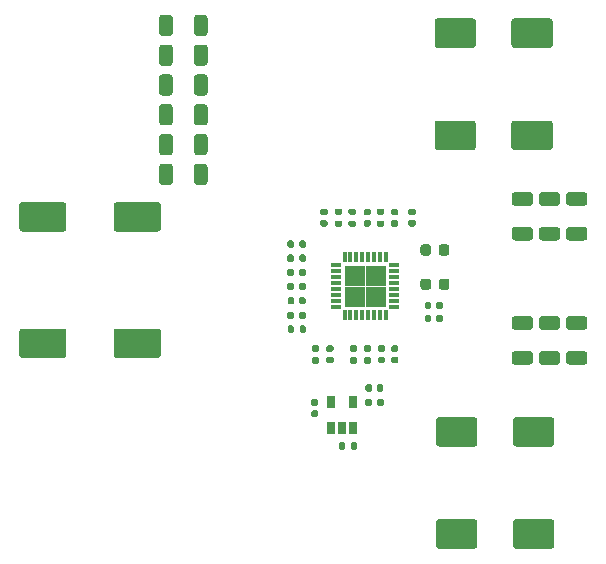
<source format=gbr>
%TF.GenerationSoftware,KiCad,Pcbnew,(5.1.8)-1*%
%TF.CreationDate,2021-10-03T21:30:47+08:00*%
%TF.ProjectId,-18v~18v Dual-Power,2d313876-7e31-4387-9620-4475616c2d50,rev?*%
%TF.SameCoordinates,Original*%
%TF.FileFunction,Paste,Top*%
%TF.FilePolarity,Positive*%
%FSLAX46Y46*%
G04 Gerber Fmt 4.6, Leading zero omitted, Abs format (unit mm)*
G04 Created by KiCad (PCBNEW (5.1.8)-1) date 2021-10-03 21:30:47*
%MOMM*%
%LPD*%
G01*
G04 APERTURE LIST*
%ADD10C,0.025400*%
%ADD11R,0.300000X0.804800*%
%ADD12R,0.804800X0.300000*%
%ADD13R,0.650000X1.060000*%
G04 APERTURE END LIST*
D10*
%TO.C,U1*%
G36*
X141125000Y-85665000D02*
G01*
X141125000Y-87240000D01*
X142700000Y-87240000D01*
X142700000Y-85665000D01*
X141125000Y-85665000D01*
G37*
X141125000Y-85665000D02*
X141125000Y-87240000D01*
X142700000Y-87240000D01*
X142700000Y-85665000D01*
X141125000Y-85665000D01*
G36*
X141125000Y-87440000D02*
G01*
X141125000Y-89015000D01*
X142700000Y-89015000D01*
X142700000Y-87440000D01*
X141125000Y-87440000D01*
G37*
X141125000Y-87440000D02*
X141125000Y-89015000D01*
X142700000Y-89015000D01*
X142700000Y-87440000D01*
X141125000Y-87440000D01*
G36*
X142900000Y-85665000D02*
G01*
X142900000Y-87240000D01*
X144475000Y-87240000D01*
X144475000Y-85665000D01*
X142900000Y-85665000D01*
G37*
X142900000Y-85665000D02*
X142900000Y-87240000D01*
X144475000Y-87240000D01*
X144475000Y-85665000D01*
X142900000Y-85665000D01*
G36*
X142900000Y-87440000D02*
G01*
X142900000Y-89015000D01*
X144475000Y-89015000D01*
X144475000Y-87440000D01*
X142900000Y-87440000D01*
G37*
X142900000Y-87440000D02*
X142900000Y-89015000D01*
X144475000Y-89015000D01*
X144475000Y-87440000D01*
X142900000Y-87440000D01*
%TD*%
D11*
%TO.C,U1*%
X141050000Y-84887600D03*
X141550000Y-84887600D03*
X142050000Y-84887600D03*
X142550000Y-84887600D03*
X143050000Y-84887600D03*
X143550000Y-84887600D03*
X144050000Y-84887600D03*
X144550000Y-84887600D03*
D12*
X145252400Y-85590000D03*
X145252400Y-86090000D03*
X145252400Y-86590000D03*
X145252400Y-87090000D03*
X145252400Y-87590000D03*
X145252400Y-88090000D03*
X145252400Y-88590000D03*
X145252400Y-89090000D03*
D11*
X144550000Y-89792400D03*
X144050000Y-89792400D03*
X143550000Y-89792400D03*
X143050000Y-89792400D03*
X142550000Y-89792400D03*
X142050000Y-89792400D03*
X141550000Y-89792400D03*
X141050000Y-89792400D03*
D12*
X140347600Y-89090000D03*
X140347600Y-88590000D03*
X140347600Y-88090000D03*
X140347600Y-87590000D03*
X140347600Y-87090000D03*
X140347600Y-86590000D03*
X140347600Y-86090000D03*
X140347600Y-85590000D03*
%TD*%
%TO.C,C36*%
G36*
G01*
X152169999Y-64950000D02*
X152169999Y-66950000D01*
G75*
G02*
X151919999Y-67200000I-250000J0D01*
G01*
X148919999Y-67200000D01*
G75*
G02*
X148669999Y-66950000I0J250000D01*
G01*
X148669999Y-64950000D01*
G75*
G02*
X148919999Y-64700000I250000J0D01*
G01*
X151919999Y-64700000D01*
G75*
G02*
X152169999Y-64950000I0J-250000D01*
G01*
G37*
G36*
G01*
X158669999Y-64950000D02*
X158669999Y-66950000D01*
G75*
G02*
X158419999Y-67200000I-250000J0D01*
G01*
X155419999Y-67200000D01*
G75*
G02*
X155169999Y-66950000I0J250000D01*
G01*
X155169999Y-64950000D01*
G75*
G02*
X155419999Y-64700000I250000J0D01*
G01*
X158419999Y-64700000D01*
G75*
G02*
X158669999Y-64950000I0J-250000D01*
G01*
G37*
%TD*%
%TO.C,C35*%
G36*
G01*
X152170000Y-73600000D02*
X152170000Y-75600000D01*
G75*
G02*
X151920000Y-75850000I-250000J0D01*
G01*
X148920000Y-75850000D01*
G75*
G02*
X148670000Y-75600000I0J250000D01*
G01*
X148670000Y-73600000D01*
G75*
G02*
X148920000Y-73350000I250000J0D01*
G01*
X151920000Y-73350000D01*
G75*
G02*
X152170000Y-73600000I0J-250000D01*
G01*
G37*
G36*
G01*
X158670000Y-73600000D02*
X158670000Y-75600000D01*
G75*
G02*
X158420000Y-75850000I-250000J0D01*
G01*
X155420000Y-75850000D01*
G75*
G02*
X155170000Y-75600000I0J250000D01*
G01*
X155170000Y-73600000D01*
G75*
G02*
X155420000Y-73350000I250000J0D01*
G01*
X158420000Y-73350000D01*
G75*
G02*
X158670000Y-73600000I0J-250000D01*
G01*
G37*
%TD*%
%TO.C,C34*%
G36*
G01*
X155300000Y-109350000D02*
X155300000Y-107350000D01*
G75*
G02*
X155550000Y-107100000I250000J0D01*
G01*
X158550000Y-107100000D01*
G75*
G02*
X158800000Y-107350000I0J-250000D01*
G01*
X158800000Y-109350000D01*
G75*
G02*
X158550000Y-109600000I-250000J0D01*
G01*
X155550000Y-109600000D01*
G75*
G02*
X155300000Y-109350000I0J250000D01*
G01*
G37*
G36*
G01*
X148800000Y-109350000D02*
X148800000Y-107350000D01*
G75*
G02*
X149050000Y-107100000I250000J0D01*
G01*
X152050000Y-107100000D01*
G75*
G02*
X152300000Y-107350000I0J-250000D01*
G01*
X152300000Y-109350000D01*
G75*
G02*
X152050000Y-109600000I-250000J0D01*
G01*
X149050000Y-109600000D01*
G75*
G02*
X148800000Y-109350000I0J250000D01*
G01*
G37*
%TD*%
%TO.C,C33*%
G36*
G01*
X155300000Y-100700000D02*
X155300000Y-98700000D01*
G75*
G02*
X155550000Y-98450000I250000J0D01*
G01*
X158550000Y-98450000D01*
G75*
G02*
X158800000Y-98700000I0J-250000D01*
G01*
X158800000Y-100700000D01*
G75*
G02*
X158550000Y-100950000I-250000J0D01*
G01*
X155550000Y-100950000D01*
G75*
G02*
X155300000Y-100700000I0J250000D01*
G01*
G37*
G36*
G01*
X148800000Y-100700000D02*
X148800000Y-98700000D01*
G75*
G02*
X149050000Y-98450000I250000J0D01*
G01*
X152050000Y-98450000D01*
G75*
G02*
X152300000Y-98700000I0J-250000D01*
G01*
X152300000Y-100700000D01*
G75*
G02*
X152050000Y-100950000I-250000J0D01*
G01*
X149050000Y-100950000D01*
G75*
G02*
X148800000Y-100700000I0J250000D01*
G01*
G37*
%TD*%
%TO.C,Cx7*%
G36*
G01*
X126500000Y-67161109D02*
X126500000Y-68461111D01*
G75*
G02*
X126250001Y-68711110I-249999J0D01*
G01*
X125599999Y-68711110D01*
G75*
G02*
X125350000Y-68461111I0J249999D01*
G01*
X125350000Y-67161109D01*
G75*
G02*
X125599999Y-66911110I249999J0D01*
G01*
X126250001Y-66911110D01*
G75*
G02*
X126500000Y-67161109I0J-249999D01*
G01*
G37*
G36*
G01*
X129450000Y-67161109D02*
X129450000Y-68461111D01*
G75*
G02*
X129200001Y-68711110I-249999J0D01*
G01*
X128549999Y-68711110D01*
G75*
G02*
X128300000Y-68461111I0J249999D01*
G01*
X128300000Y-67161109D01*
G75*
G02*
X128549999Y-66911110I249999J0D01*
G01*
X129200001Y-66911110D01*
G75*
G02*
X129450000Y-67161109I0J-249999D01*
G01*
G37*
%TD*%
%TO.C,Cx6*%
G36*
G01*
X126500000Y-69683331D02*
X126500000Y-70983333D01*
G75*
G02*
X126250001Y-71233332I-249999J0D01*
G01*
X125599999Y-71233332D01*
G75*
G02*
X125350000Y-70983333I0J249999D01*
G01*
X125350000Y-69683331D01*
G75*
G02*
X125599999Y-69433332I249999J0D01*
G01*
X126250001Y-69433332D01*
G75*
G02*
X126500000Y-69683331I0J-249999D01*
G01*
G37*
G36*
G01*
X129450000Y-69683331D02*
X129450000Y-70983333D01*
G75*
G02*
X129200001Y-71233332I-249999J0D01*
G01*
X128549999Y-71233332D01*
G75*
G02*
X128300000Y-70983333I0J249999D01*
G01*
X128300000Y-69683331D01*
G75*
G02*
X128549999Y-69433332I249999J0D01*
G01*
X129200001Y-69433332D01*
G75*
G02*
X129450000Y-69683331I0J-249999D01*
G01*
G37*
%TD*%
%TO.C,Cx5*%
G36*
G01*
X126500000Y-77249999D02*
X126500000Y-78550001D01*
G75*
G02*
X126250001Y-78800000I-249999J0D01*
G01*
X125599999Y-78800000D01*
G75*
G02*
X125350000Y-78550001I0J249999D01*
G01*
X125350000Y-77249999D01*
G75*
G02*
X125599999Y-77000000I249999J0D01*
G01*
X126250001Y-77000000D01*
G75*
G02*
X126500000Y-77249999I0J-249999D01*
G01*
G37*
G36*
G01*
X129450000Y-77249999D02*
X129450000Y-78550001D01*
G75*
G02*
X129200001Y-78800000I-249999J0D01*
G01*
X128549999Y-78800000D01*
G75*
G02*
X128300000Y-78550001I0J249999D01*
G01*
X128300000Y-77249999D01*
G75*
G02*
X128549999Y-77000000I249999J0D01*
G01*
X129200001Y-77000000D01*
G75*
G02*
X129450000Y-77249999I0J-249999D01*
G01*
G37*
%TD*%
%TO.C,Cx4*%
G36*
G01*
X126500000Y-74727775D02*
X126500000Y-76027777D01*
G75*
G02*
X126250001Y-76277776I-249999J0D01*
G01*
X125599999Y-76277776D01*
G75*
G02*
X125350000Y-76027777I0J249999D01*
G01*
X125350000Y-74727775D01*
G75*
G02*
X125599999Y-74477776I249999J0D01*
G01*
X126250001Y-74477776D01*
G75*
G02*
X126500000Y-74727775I0J-249999D01*
G01*
G37*
G36*
G01*
X129450000Y-74727775D02*
X129450000Y-76027777D01*
G75*
G02*
X129200001Y-76277776I-249999J0D01*
G01*
X128549999Y-76277776D01*
G75*
G02*
X128300000Y-76027777I0J249999D01*
G01*
X128300000Y-74727775D01*
G75*
G02*
X128549999Y-74477776I249999J0D01*
G01*
X129200001Y-74477776D01*
G75*
G02*
X129450000Y-74727775I0J-249999D01*
G01*
G37*
%TD*%
%TO.C,Cx3*%
G36*
G01*
X126500000Y-72205553D02*
X126500000Y-73505555D01*
G75*
G02*
X126250001Y-73755554I-249999J0D01*
G01*
X125599999Y-73755554D01*
G75*
G02*
X125350000Y-73505555I0J249999D01*
G01*
X125350000Y-72205553D01*
G75*
G02*
X125599999Y-71955554I249999J0D01*
G01*
X126250001Y-71955554D01*
G75*
G02*
X126500000Y-72205553I0J-249999D01*
G01*
G37*
G36*
G01*
X129450000Y-72205553D02*
X129450000Y-73505555D01*
G75*
G02*
X129200001Y-73755554I-249999J0D01*
G01*
X128549999Y-73755554D01*
G75*
G02*
X128300000Y-73505555I0J249999D01*
G01*
X128300000Y-72205553D01*
G75*
G02*
X128549999Y-71955554I249999J0D01*
G01*
X129200001Y-71955554D01*
G75*
G02*
X129450000Y-72205553I0J-249999D01*
G01*
G37*
%TD*%
%TO.C,Cl2*%
G36*
G01*
X117500000Y-80500000D02*
X117500000Y-82500000D01*
G75*
G02*
X117250000Y-82750000I-250000J0D01*
G01*
X113750000Y-82750000D01*
G75*
G02*
X113500000Y-82500000I0J250000D01*
G01*
X113500000Y-80500000D01*
G75*
G02*
X113750000Y-80250000I250000J0D01*
G01*
X117250000Y-80250000D01*
G75*
G02*
X117500000Y-80500000I0J-250000D01*
G01*
G37*
G36*
G01*
X125500000Y-80500000D02*
X125500000Y-82500000D01*
G75*
G02*
X125250000Y-82750000I-250000J0D01*
G01*
X121750000Y-82750000D01*
G75*
G02*
X121500000Y-82500000I0J250000D01*
G01*
X121500000Y-80500000D01*
G75*
G02*
X121750000Y-80250000I250000J0D01*
G01*
X125250000Y-80250000D01*
G75*
G02*
X125500000Y-80500000I0J-250000D01*
G01*
G37*
%TD*%
%TO.C,Cl1*%
G36*
G01*
X117500000Y-91200000D02*
X117500000Y-93200000D01*
G75*
G02*
X117250000Y-93450000I-250000J0D01*
G01*
X113750000Y-93450000D01*
G75*
G02*
X113500000Y-93200000I0J250000D01*
G01*
X113500000Y-91200000D01*
G75*
G02*
X113750000Y-90950000I250000J0D01*
G01*
X117250000Y-90950000D01*
G75*
G02*
X117500000Y-91200000I0J-250000D01*
G01*
G37*
G36*
G01*
X125500000Y-91200000D02*
X125500000Y-93200000D01*
G75*
G02*
X125250000Y-93450000I-250000J0D01*
G01*
X121750000Y-93450000D01*
G75*
G02*
X121500000Y-93200000I0J250000D01*
G01*
X121500000Y-91200000D01*
G75*
G02*
X121750000Y-90950000I250000J0D01*
G01*
X125250000Y-90950000D01*
G75*
G02*
X125500000Y-91200000I0J-250000D01*
G01*
G37*
%TD*%
%TO.C,C23*%
G36*
G01*
X149025000Y-84550000D02*
X149025000Y-84050000D01*
G75*
G02*
X149250000Y-83825000I225000J0D01*
G01*
X149700000Y-83825000D01*
G75*
G02*
X149925000Y-84050000I0J-225000D01*
G01*
X149925000Y-84550000D01*
G75*
G02*
X149700000Y-84775000I-225000J0D01*
G01*
X149250000Y-84775000D01*
G75*
G02*
X149025000Y-84550000I0J225000D01*
G01*
G37*
G36*
G01*
X147475000Y-84550000D02*
X147475000Y-84050000D01*
G75*
G02*
X147700000Y-83825000I225000J0D01*
G01*
X148150000Y-83825000D01*
G75*
G02*
X148375000Y-84050000I0J-225000D01*
G01*
X148375000Y-84550000D01*
G75*
G02*
X148150000Y-84775000I-225000J0D01*
G01*
X147700000Y-84775000D01*
G75*
G02*
X147475000Y-84550000I0J225000D01*
G01*
G37*
%TD*%
%TO.C,C7*%
G36*
G01*
X149025000Y-87450000D02*
X149025000Y-86950000D01*
G75*
G02*
X149250000Y-86725000I225000J0D01*
G01*
X149700000Y-86725000D01*
G75*
G02*
X149925000Y-86950000I0J-225000D01*
G01*
X149925000Y-87450000D01*
G75*
G02*
X149700000Y-87675000I-225000J0D01*
G01*
X149250000Y-87675000D01*
G75*
G02*
X149025000Y-87450000I0J225000D01*
G01*
G37*
G36*
G01*
X147475000Y-87450000D02*
X147475000Y-86950000D01*
G75*
G02*
X147700000Y-86725000I225000J0D01*
G01*
X148150000Y-86725000D01*
G75*
G02*
X148375000Y-86950000I0J-225000D01*
G01*
X148375000Y-87450000D01*
G75*
G02*
X148150000Y-87675000I-225000J0D01*
G01*
X147700000Y-87675000D01*
G75*
G02*
X147475000Y-87450000I0J225000D01*
G01*
G37*
%TD*%
%TO.C,Cx2*%
G36*
G01*
X126500000Y-64638887D02*
X126500000Y-65938889D01*
G75*
G02*
X126250001Y-66188888I-249999J0D01*
G01*
X125599999Y-66188888D01*
G75*
G02*
X125350000Y-65938889I0J249999D01*
G01*
X125350000Y-64638887D01*
G75*
G02*
X125599999Y-64388888I249999J0D01*
G01*
X126250001Y-64388888D01*
G75*
G02*
X126500000Y-64638887I0J-249999D01*
G01*
G37*
G36*
G01*
X129450000Y-64638887D02*
X129450000Y-65938889D01*
G75*
G02*
X129200001Y-66188888I-249999J0D01*
G01*
X128549999Y-66188888D01*
G75*
G02*
X128300000Y-65938889I0J249999D01*
G01*
X128300000Y-64638887D01*
G75*
G02*
X128549999Y-64388888I249999J0D01*
G01*
X129200001Y-64388888D01*
G75*
G02*
X129450000Y-64638887I0J-249999D01*
G01*
G37*
%TD*%
%TO.C,C31*%
G36*
G01*
X157749999Y-92862500D02*
X159050001Y-92862500D01*
G75*
G02*
X159300000Y-93112499I0J-249999D01*
G01*
X159300000Y-93762501D01*
G75*
G02*
X159050001Y-94012500I-249999J0D01*
G01*
X157749999Y-94012500D01*
G75*
G02*
X157500000Y-93762501I0J249999D01*
G01*
X157500000Y-93112499D01*
G75*
G02*
X157749999Y-92862500I249999J0D01*
G01*
G37*
G36*
G01*
X157749999Y-89912500D02*
X159050001Y-89912500D01*
G75*
G02*
X159300000Y-90162499I0J-249999D01*
G01*
X159300000Y-90812501D01*
G75*
G02*
X159050001Y-91062500I-249999J0D01*
G01*
X157749999Y-91062500D01*
G75*
G02*
X157500000Y-90812501I0J249999D01*
G01*
X157500000Y-90162499D01*
G75*
G02*
X157749999Y-89912500I249999J0D01*
G01*
G37*
%TD*%
%TO.C,C30*%
G36*
G01*
X155449999Y-92862500D02*
X156750001Y-92862500D01*
G75*
G02*
X157000000Y-93112499I0J-249999D01*
G01*
X157000000Y-93762501D01*
G75*
G02*
X156750001Y-94012500I-249999J0D01*
G01*
X155449999Y-94012500D01*
G75*
G02*
X155200000Y-93762501I0J249999D01*
G01*
X155200000Y-93112499D01*
G75*
G02*
X155449999Y-92862500I249999J0D01*
G01*
G37*
G36*
G01*
X155449999Y-89912500D02*
X156750001Y-89912500D01*
G75*
G02*
X157000000Y-90162499I0J-249999D01*
G01*
X157000000Y-90812501D01*
G75*
G02*
X156750001Y-91062500I-249999J0D01*
G01*
X155449999Y-91062500D01*
G75*
G02*
X155200000Y-90812501I0J249999D01*
G01*
X155200000Y-90162499D01*
G75*
G02*
X155449999Y-89912500I249999J0D01*
G01*
G37*
%TD*%
%TO.C,C28*%
G36*
G01*
X159050001Y-80552500D02*
X157749999Y-80552500D01*
G75*
G02*
X157500000Y-80302501I0J249999D01*
G01*
X157500000Y-79652499D01*
G75*
G02*
X157749999Y-79402500I249999J0D01*
G01*
X159050001Y-79402500D01*
G75*
G02*
X159300000Y-79652499I0J-249999D01*
G01*
X159300000Y-80302501D01*
G75*
G02*
X159050001Y-80552500I-249999J0D01*
G01*
G37*
G36*
G01*
X159050001Y-83502500D02*
X157749999Y-83502500D01*
G75*
G02*
X157500000Y-83252501I0J249999D01*
G01*
X157500000Y-82602499D01*
G75*
G02*
X157749999Y-82352500I249999J0D01*
G01*
X159050001Y-82352500D01*
G75*
G02*
X159300000Y-82602499I0J-249999D01*
G01*
X159300000Y-83252501D01*
G75*
G02*
X159050001Y-83502500I-249999J0D01*
G01*
G37*
%TD*%
%TO.C,C27*%
G36*
G01*
X156750001Y-80552500D02*
X155449999Y-80552500D01*
G75*
G02*
X155200000Y-80302501I0J249999D01*
G01*
X155200000Y-79652499D01*
G75*
G02*
X155449999Y-79402500I249999J0D01*
G01*
X156750001Y-79402500D01*
G75*
G02*
X157000000Y-79652499I0J-249999D01*
G01*
X157000000Y-80302501D01*
G75*
G02*
X156750001Y-80552500I-249999J0D01*
G01*
G37*
G36*
G01*
X156750001Y-83502500D02*
X155449999Y-83502500D01*
G75*
G02*
X155200000Y-83252501I0J249999D01*
G01*
X155200000Y-82602499D01*
G75*
G02*
X155449999Y-82352500I249999J0D01*
G01*
X156750001Y-82352500D01*
G75*
G02*
X157000000Y-82602499I0J-249999D01*
G01*
X157000000Y-83252501D01*
G75*
G02*
X156750001Y-83502500I-249999J0D01*
G01*
G37*
%TD*%
%TO.C,C26*%
G36*
G01*
X161350001Y-80552500D02*
X160049999Y-80552500D01*
G75*
G02*
X159800000Y-80302501I0J249999D01*
G01*
X159800000Y-79652499D01*
G75*
G02*
X160049999Y-79402500I249999J0D01*
G01*
X161350001Y-79402500D01*
G75*
G02*
X161600000Y-79652499I0J-249999D01*
G01*
X161600000Y-80302501D01*
G75*
G02*
X161350001Y-80552500I-249999J0D01*
G01*
G37*
G36*
G01*
X161350001Y-83502500D02*
X160049999Y-83502500D01*
G75*
G02*
X159800000Y-83252501I0J249999D01*
G01*
X159800000Y-82602499D01*
G75*
G02*
X160049999Y-82352500I249999J0D01*
G01*
X161350001Y-82352500D01*
G75*
G02*
X161600000Y-82602499I0J-249999D01*
G01*
X161600000Y-83252501D01*
G75*
G02*
X161350001Y-83502500I-249999J0D01*
G01*
G37*
%TD*%
%TO.C,C17*%
G36*
G01*
X160049998Y-92862500D02*
X161350000Y-92862500D01*
G75*
G02*
X161599999Y-93112499I0J-249999D01*
G01*
X161599999Y-93762501D01*
G75*
G02*
X161350000Y-94012500I-249999J0D01*
G01*
X160049998Y-94012500D01*
G75*
G02*
X159799999Y-93762501I0J249999D01*
G01*
X159799999Y-93112499D01*
G75*
G02*
X160049998Y-92862500I249999J0D01*
G01*
G37*
G36*
G01*
X160049998Y-89912500D02*
X161350000Y-89912500D01*
G75*
G02*
X161599999Y-90162499I0J-249999D01*
G01*
X161599999Y-90812501D01*
G75*
G02*
X161350000Y-91062500I-249999J0D01*
G01*
X160049998Y-91062500D01*
G75*
G02*
X159799999Y-90812501I0J249999D01*
G01*
X159799999Y-90162499D01*
G75*
G02*
X160049998Y-89912500I249999J0D01*
G01*
G37*
%TD*%
%TO.C,C9*%
G36*
G01*
X148400000Y-88830000D02*
X148400000Y-89170000D01*
G75*
G02*
X148260000Y-89310000I-140000J0D01*
G01*
X147980000Y-89310000D01*
G75*
G02*
X147840000Y-89170000I0J140000D01*
G01*
X147840000Y-88830000D01*
G75*
G02*
X147980000Y-88690000I140000J0D01*
G01*
X148260000Y-88690000D01*
G75*
G02*
X148400000Y-88830000I0J-140000D01*
G01*
G37*
G36*
G01*
X149360000Y-88830000D02*
X149360000Y-89170000D01*
G75*
G02*
X149220000Y-89310000I-140000J0D01*
G01*
X148940000Y-89310000D01*
G75*
G02*
X148800000Y-89170000I0J140000D01*
G01*
X148800000Y-88830000D01*
G75*
G02*
X148940000Y-88690000I140000J0D01*
G01*
X149220000Y-88690000D01*
G75*
G02*
X149360000Y-88830000I0J-140000D01*
G01*
G37*
%TD*%
D13*
%TO.C,U2*%
X139880000Y-99409999D03*
X140830000Y-99409999D03*
X141780000Y-99409999D03*
X141780000Y-97209999D03*
X139880000Y-97209999D03*
%TD*%
%TO.C,R16*%
G36*
G01*
X140725000Y-81330000D02*
X140355000Y-81330000D01*
G75*
G02*
X140220000Y-81195000I0J135000D01*
G01*
X140220000Y-80925000D01*
G75*
G02*
X140355000Y-80790000I135000J0D01*
G01*
X140725000Y-80790000D01*
G75*
G02*
X140860000Y-80925000I0J-135000D01*
G01*
X140860000Y-81195000D01*
G75*
G02*
X140725000Y-81330000I-135000J0D01*
G01*
G37*
G36*
G01*
X140725000Y-82350000D02*
X140355000Y-82350000D01*
G75*
G02*
X140220000Y-82215000I0J135000D01*
G01*
X140220000Y-81945000D01*
G75*
G02*
X140355000Y-81810000I135000J0D01*
G01*
X140725000Y-81810000D01*
G75*
G02*
X140860000Y-81945000I0J-135000D01*
G01*
X140860000Y-82215000D01*
G75*
G02*
X140725000Y-82350000I-135000J0D01*
G01*
G37*
%TD*%
%TO.C,R15*%
G36*
G01*
X141505000Y-81810000D02*
X141875000Y-81810000D01*
G75*
G02*
X142010000Y-81945000I0J-135000D01*
G01*
X142010000Y-82215000D01*
G75*
G02*
X141875000Y-82350000I-135000J0D01*
G01*
X141505000Y-82350000D01*
G75*
G02*
X141370000Y-82215000I0J135000D01*
G01*
X141370000Y-81945000D01*
G75*
G02*
X141505000Y-81810000I135000J0D01*
G01*
G37*
G36*
G01*
X141505000Y-80790000D02*
X141875000Y-80790000D01*
G75*
G02*
X142010000Y-80925000I0J-135000D01*
G01*
X142010000Y-81195000D01*
G75*
G02*
X141875000Y-81330000I-135000J0D01*
G01*
X141505000Y-81330000D01*
G75*
G02*
X141370000Y-81195000I0J135000D01*
G01*
X141370000Y-80925000D01*
G75*
G02*
X141505000Y-80790000I135000J0D01*
G01*
G37*
%TD*%
%TO.C,R13*%
G36*
G01*
X138785000Y-92900000D02*
X138415000Y-92900000D01*
G75*
G02*
X138280000Y-92765000I0J135000D01*
G01*
X138280000Y-92495000D01*
G75*
G02*
X138415000Y-92360000I135000J0D01*
G01*
X138785000Y-92360000D01*
G75*
G02*
X138920000Y-92495000I0J-135000D01*
G01*
X138920000Y-92765000D01*
G75*
G02*
X138785000Y-92900000I-135000J0D01*
G01*
G37*
G36*
G01*
X138785000Y-93920000D02*
X138415000Y-93920000D01*
G75*
G02*
X138280000Y-93785000I0J135000D01*
G01*
X138280000Y-93515000D01*
G75*
G02*
X138415000Y-93380000I135000J0D01*
G01*
X138785000Y-93380000D01*
G75*
G02*
X138920000Y-93515000I0J-135000D01*
G01*
X138920000Y-93785000D01*
G75*
G02*
X138785000Y-93920000I-135000J0D01*
G01*
G37*
%TD*%
%TO.C,R11*%
G36*
G01*
X141100000Y-100694999D02*
X141100000Y-101064999D01*
G75*
G02*
X140965000Y-101199999I-135000J0D01*
G01*
X140695000Y-101199999D01*
G75*
G02*
X140560000Y-101064999I0J135000D01*
G01*
X140560000Y-100694999D01*
G75*
G02*
X140695000Y-100559999I135000J0D01*
G01*
X140965000Y-100559999D01*
G75*
G02*
X141100000Y-100694999I0J-135000D01*
G01*
G37*
G36*
G01*
X142120000Y-100694999D02*
X142120000Y-101064999D01*
G75*
G02*
X141985000Y-101199999I-135000J0D01*
G01*
X141715000Y-101199999D01*
G75*
G02*
X141580000Y-101064999I0J135000D01*
G01*
X141580000Y-100694999D01*
G75*
G02*
X141715000Y-100559999I135000J0D01*
G01*
X141985000Y-100559999D01*
G75*
G02*
X142120000Y-100694999I0J-135000D01*
G01*
G37*
%TD*%
%TO.C,R10*%
G36*
G01*
X143820000Y-97395000D02*
X143820000Y-97025000D01*
G75*
G02*
X143955000Y-96890000I135000J0D01*
G01*
X144225000Y-96890000D01*
G75*
G02*
X144360000Y-97025000I0J-135000D01*
G01*
X144360000Y-97395000D01*
G75*
G02*
X144225000Y-97530000I-135000J0D01*
G01*
X143955000Y-97530000D01*
G75*
G02*
X143820000Y-97395000I0J135000D01*
G01*
G37*
G36*
G01*
X142800000Y-97395000D02*
X142800000Y-97025000D01*
G75*
G02*
X142935000Y-96890000I135000J0D01*
G01*
X143205000Y-96890000D01*
G75*
G02*
X143340000Y-97025000I0J-135000D01*
G01*
X143340000Y-97395000D01*
G75*
G02*
X143205000Y-97530000I-135000J0D01*
G01*
X142935000Y-97530000D01*
G75*
G02*
X142800000Y-97395000I0J135000D01*
G01*
G37*
%TD*%
%TO.C,R9*%
G36*
G01*
X141605000Y-92360000D02*
X141975000Y-92360000D01*
G75*
G02*
X142110000Y-92495000I0J-135000D01*
G01*
X142110000Y-92765000D01*
G75*
G02*
X141975000Y-92900000I-135000J0D01*
G01*
X141605000Y-92900000D01*
G75*
G02*
X141470000Y-92765000I0J135000D01*
G01*
X141470000Y-92495000D01*
G75*
G02*
X141605000Y-92360000I135000J0D01*
G01*
G37*
G36*
G01*
X141605000Y-93380000D02*
X141975000Y-93380000D01*
G75*
G02*
X142110000Y-93515000I0J-135000D01*
G01*
X142110000Y-93785000D01*
G75*
G02*
X141975000Y-93920000I-135000J0D01*
G01*
X141605000Y-93920000D01*
G75*
G02*
X141470000Y-93785000I0J135000D01*
G01*
X141470000Y-93515000D01*
G75*
G02*
X141605000Y-93380000I135000J0D01*
G01*
G37*
%TD*%
%TO.C,R8*%
G36*
G01*
X137230000Y-87594999D02*
X137230000Y-87224999D01*
G75*
G02*
X137365000Y-87089999I135000J0D01*
G01*
X137635000Y-87089999D01*
G75*
G02*
X137770000Y-87224999I0J-135000D01*
G01*
X137770000Y-87594999D01*
G75*
G02*
X137635000Y-87729999I-135000J0D01*
G01*
X137365000Y-87729999D01*
G75*
G02*
X137230000Y-87594999I0J135000D01*
G01*
G37*
G36*
G01*
X136210000Y-87594999D02*
X136210000Y-87224999D01*
G75*
G02*
X136345000Y-87089999I135000J0D01*
G01*
X136615000Y-87089999D01*
G75*
G02*
X136750000Y-87224999I0J-135000D01*
G01*
X136750000Y-87594999D01*
G75*
G02*
X136615000Y-87729999I-135000J0D01*
G01*
X136345000Y-87729999D01*
G75*
G02*
X136210000Y-87594999I0J135000D01*
G01*
G37*
%TD*%
%TO.C,R7*%
G36*
G01*
X137230000Y-86391666D02*
X137230000Y-86021666D01*
G75*
G02*
X137365000Y-85886666I135000J0D01*
G01*
X137635000Y-85886666D01*
G75*
G02*
X137770000Y-86021666I0J-135000D01*
G01*
X137770000Y-86391666D01*
G75*
G02*
X137635000Y-86526666I-135000J0D01*
G01*
X137365000Y-86526666D01*
G75*
G02*
X137230000Y-86391666I0J135000D01*
G01*
G37*
G36*
G01*
X136210000Y-86391666D02*
X136210000Y-86021666D01*
G75*
G02*
X136345000Y-85886666I135000J0D01*
G01*
X136615000Y-85886666D01*
G75*
G02*
X136750000Y-86021666I0J-135000D01*
G01*
X136750000Y-86391666D01*
G75*
G02*
X136615000Y-86526666I-135000J0D01*
G01*
X136345000Y-86526666D01*
G75*
G02*
X136210000Y-86391666I0J135000D01*
G01*
G37*
%TD*%
%TO.C,R6*%
G36*
G01*
X136750000Y-84818333D02*
X136750000Y-85188333D01*
G75*
G02*
X136615000Y-85323333I-135000J0D01*
G01*
X136345000Y-85323333D01*
G75*
G02*
X136210000Y-85188333I0J135000D01*
G01*
X136210000Y-84818333D01*
G75*
G02*
X136345000Y-84683333I135000J0D01*
G01*
X136615000Y-84683333D01*
G75*
G02*
X136750000Y-84818333I0J-135000D01*
G01*
G37*
G36*
G01*
X137770000Y-84818333D02*
X137770000Y-85188333D01*
G75*
G02*
X137635000Y-85323333I-135000J0D01*
G01*
X137365000Y-85323333D01*
G75*
G02*
X137230000Y-85188333I0J135000D01*
G01*
X137230000Y-84818333D01*
G75*
G02*
X137365000Y-84683333I135000J0D01*
G01*
X137635000Y-84683333D01*
G75*
G02*
X137770000Y-84818333I0J-135000D01*
G01*
G37*
%TD*%
%TO.C,R5*%
G36*
G01*
X136750000Y-83615000D02*
X136750000Y-83985000D01*
G75*
G02*
X136615000Y-84120000I-135000J0D01*
G01*
X136345000Y-84120000D01*
G75*
G02*
X136210000Y-83985000I0J135000D01*
G01*
X136210000Y-83615000D01*
G75*
G02*
X136345000Y-83480000I135000J0D01*
G01*
X136615000Y-83480000D01*
G75*
G02*
X136750000Y-83615000I0J-135000D01*
G01*
G37*
G36*
G01*
X137770000Y-83615000D02*
X137770000Y-83985000D01*
G75*
G02*
X137635000Y-84120000I-135000J0D01*
G01*
X137365000Y-84120000D01*
G75*
G02*
X137230000Y-83985000I0J135000D01*
G01*
X137230000Y-83615000D01*
G75*
G02*
X137365000Y-83480000I135000J0D01*
G01*
X137635000Y-83480000D01*
G75*
G02*
X137770000Y-83615000I0J-135000D01*
G01*
G37*
%TD*%
%TO.C,R4*%
G36*
G01*
X144275000Y-81330000D02*
X143905000Y-81330000D01*
G75*
G02*
X143770000Y-81195000I0J135000D01*
G01*
X143770000Y-80925000D01*
G75*
G02*
X143905000Y-80790000I135000J0D01*
G01*
X144275000Y-80790000D01*
G75*
G02*
X144410000Y-80925000I0J-135000D01*
G01*
X144410000Y-81195000D01*
G75*
G02*
X144275000Y-81330000I-135000J0D01*
G01*
G37*
G36*
G01*
X144275000Y-82350000D02*
X143905000Y-82350000D01*
G75*
G02*
X143770000Y-82215000I0J135000D01*
G01*
X143770000Y-81945000D01*
G75*
G02*
X143905000Y-81810000I135000J0D01*
G01*
X144275000Y-81810000D01*
G75*
G02*
X144410000Y-81945000I0J-135000D01*
G01*
X144410000Y-82215000D01*
G75*
G02*
X144275000Y-82350000I-135000J0D01*
G01*
G37*
%TD*%
%TO.C,R3*%
G36*
G01*
X143165000Y-92900000D02*
X142795000Y-92900000D01*
G75*
G02*
X142660000Y-92765000I0J135000D01*
G01*
X142660000Y-92495000D01*
G75*
G02*
X142795000Y-92360000I135000J0D01*
G01*
X143165000Y-92360000D01*
G75*
G02*
X143300000Y-92495000I0J-135000D01*
G01*
X143300000Y-92765000D01*
G75*
G02*
X143165000Y-92900000I-135000J0D01*
G01*
G37*
G36*
G01*
X143165000Y-93920000D02*
X142795000Y-93920000D01*
G75*
G02*
X142660000Y-93785000I0J135000D01*
G01*
X142660000Y-93515000D01*
G75*
G02*
X142795000Y-93380000I135000J0D01*
G01*
X143165000Y-93380000D01*
G75*
G02*
X143300000Y-93515000I0J-135000D01*
G01*
X143300000Y-93785000D01*
G75*
G02*
X143165000Y-93920000I-135000J0D01*
G01*
G37*
%TD*%
%TO.C,R2*%
G36*
G01*
X137230000Y-90035000D02*
X137230000Y-89665000D01*
G75*
G02*
X137365000Y-89530000I135000J0D01*
G01*
X137635000Y-89530000D01*
G75*
G02*
X137770000Y-89665000I0J-135000D01*
G01*
X137770000Y-90035000D01*
G75*
G02*
X137635000Y-90170000I-135000J0D01*
G01*
X137365000Y-90170000D01*
G75*
G02*
X137230000Y-90035000I0J135000D01*
G01*
G37*
G36*
G01*
X136210000Y-90035000D02*
X136210000Y-89665000D01*
G75*
G02*
X136345000Y-89530000I135000J0D01*
G01*
X136615000Y-89530000D01*
G75*
G02*
X136750000Y-89665000I0J-135000D01*
G01*
X136750000Y-90035000D01*
G75*
G02*
X136615000Y-90170000I-135000J0D01*
G01*
X136345000Y-90170000D01*
G75*
G02*
X136210000Y-90035000I0J135000D01*
G01*
G37*
%TD*%
%TO.C,R1*%
G36*
G01*
X136760000Y-90825000D02*
X136760000Y-91195000D01*
G75*
G02*
X136625000Y-91330000I-135000J0D01*
G01*
X136355000Y-91330000D01*
G75*
G02*
X136220000Y-91195000I0J135000D01*
G01*
X136220000Y-90825000D01*
G75*
G02*
X136355000Y-90690000I135000J0D01*
G01*
X136625000Y-90690000D01*
G75*
G02*
X136760000Y-90825000I0J-135000D01*
G01*
G37*
G36*
G01*
X137780000Y-90825000D02*
X137780000Y-91195000D01*
G75*
G02*
X137645000Y-91330000I-135000J0D01*
G01*
X137375000Y-91330000D01*
G75*
G02*
X137240000Y-91195000I0J135000D01*
G01*
X137240000Y-90825000D01*
G75*
G02*
X137375000Y-90690000I135000J0D01*
G01*
X137645000Y-90690000D01*
G75*
G02*
X137780000Y-90825000I0J-135000D01*
G01*
G37*
%TD*%
%TO.C,C25*%
G36*
G01*
X139470000Y-81370000D02*
X139130000Y-81370000D01*
G75*
G02*
X138990000Y-81230000I0J140000D01*
G01*
X138990000Y-80950000D01*
G75*
G02*
X139130000Y-80810000I140000J0D01*
G01*
X139470000Y-80810000D01*
G75*
G02*
X139610000Y-80950000I0J-140000D01*
G01*
X139610000Y-81230000D01*
G75*
G02*
X139470000Y-81370000I-140000J0D01*
G01*
G37*
G36*
G01*
X139470000Y-82330000D02*
X139130000Y-82330000D01*
G75*
G02*
X138990000Y-82190000I0J140000D01*
G01*
X138990000Y-81910000D01*
G75*
G02*
X139130000Y-81770000I140000J0D01*
G01*
X139470000Y-81770000D01*
G75*
G02*
X139610000Y-81910000I0J-140000D01*
G01*
X139610000Y-82190000D01*
G75*
G02*
X139470000Y-82330000I-140000J0D01*
G01*
G37*
%TD*%
%TO.C,C21*%
G36*
G01*
X139980000Y-92940000D02*
X139640000Y-92940000D01*
G75*
G02*
X139500000Y-92800000I0J140000D01*
G01*
X139500000Y-92520000D01*
G75*
G02*
X139640000Y-92380000I140000J0D01*
G01*
X139980000Y-92380000D01*
G75*
G02*
X140120000Y-92520000I0J-140000D01*
G01*
X140120000Y-92800000D01*
G75*
G02*
X139980000Y-92940000I-140000J0D01*
G01*
G37*
G36*
G01*
X139980000Y-93900000D02*
X139640000Y-93900000D01*
G75*
G02*
X139500000Y-93760000I0J140000D01*
G01*
X139500000Y-93480000D01*
G75*
G02*
X139640000Y-93340000I140000J0D01*
G01*
X139980000Y-93340000D01*
G75*
G02*
X140120000Y-93480000I0J-140000D01*
G01*
X140120000Y-93760000D01*
G75*
G02*
X139980000Y-93900000I-140000J0D01*
G01*
G37*
%TD*%
%TO.C,C15*%
G36*
G01*
X148390000Y-89940000D02*
X148390000Y-90280000D01*
G75*
G02*
X148250000Y-90420000I-140000J0D01*
G01*
X147970000Y-90420000D01*
G75*
G02*
X147830000Y-90280000I0J140000D01*
G01*
X147830000Y-89940000D01*
G75*
G02*
X147970000Y-89800000I140000J0D01*
G01*
X148250000Y-89800000D01*
G75*
G02*
X148390000Y-89940000I0J-140000D01*
G01*
G37*
G36*
G01*
X149350000Y-89940000D02*
X149350000Y-90280000D01*
G75*
G02*
X149210000Y-90420000I-140000J0D01*
G01*
X148930000Y-90420000D01*
G75*
G02*
X148790000Y-90280000I0J140000D01*
G01*
X148790000Y-89940000D01*
G75*
G02*
X148930000Y-89800000I140000J0D01*
G01*
X149210000Y-89800000D01*
G75*
G02*
X149350000Y-89940000I0J-140000D01*
G01*
G37*
%TD*%
%TO.C,C14*%
G36*
G01*
X138350000Y-97890000D02*
X138690000Y-97890000D01*
G75*
G02*
X138830000Y-98030000I0J-140000D01*
G01*
X138830000Y-98310000D01*
G75*
G02*
X138690000Y-98450000I-140000J0D01*
G01*
X138350000Y-98450000D01*
G75*
G02*
X138210000Y-98310000I0J140000D01*
G01*
X138210000Y-98030000D01*
G75*
G02*
X138350000Y-97890000I140000J0D01*
G01*
G37*
G36*
G01*
X138350000Y-96930000D02*
X138690000Y-96930000D01*
G75*
G02*
X138830000Y-97070000I0J-140000D01*
G01*
X138830000Y-97350000D01*
G75*
G02*
X138690000Y-97490000I-140000J0D01*
G01*
X138350000Y-97490000D01*
G75*
G02*
X138210000Y-97350000I0J140000D01*
G01*
X138210000Y-97070000D01*
G75*
G02*
X138350000Y-96930000I140000J0D01*
G01*
G37*
%TD*%
%TO.C,C13*%
G36*
G01*
X137190000Y-88773332D02*
X137190000Y-88433332D01*
G75*
G02*
X137330000Y-88293332I140000J0D01*
G01*
X137610000Y-88293332D01*
G75*
G02*
X137750000Y-88433332I0J-140000D01*
G01*
X137750000Y-88773332D01*
G75*
G02*
X137610000Y-88913332I-140000J0D01*
G01*
X137330000Y-88913332D01*
G75*
G02*
X137190000Y-88773332I0J140000D01*
G01*
G37*
G36*
G01*
X136230000Y-88773332D02*
X136230000Y-88433332D01*
G75*
G02*
X136370000Y-88293332I140000J0D01*
G01*
X136650000Y-88293332D01*
G75*
G02*
X136790000Y-88433332I0J-140000D01*
G01*
X136790000Y-88773332D01*
G75*
G02*
X136650000Y-88913332I-140000J0D01*
G01*
X136370000Y-88913332D01*
G75*
G02*
X136230000Y-88773332I0J140000D01*
G01*
G37*
%TD*%
%TO.C,C12*%
G36*
G01*
X143140000Y-82330000D02*
X142800000Y-82330000D01*
G75*
G02*
X142660000Y-82190000I0J140000D01*
G01*
X142660000Y-81910000D01*
G75*
G02*
X142800000Y-81770000I140000J0D01*
G01*
X143140000Y-81770000D01*
G75*
G02*
X143280000Y-81910000I0J-140000D01*
G01*
X143280000Y-82190000D01*
G75*
G02*
X143140000Y-82330000I-140000J0D01*
G01*
G37*
G36*
G01*
X143140000Y-81370000D02*
X142800000Y-81370000D01*
G75*
G02*
X142660000Y-81230000I0J140000D01*
G01*
X142660000Y-80950000D01*
G75*
G02*
X142800000Y-80810000I140000J0D01*
G01*
X143140000Y-80810000D01*
G75*
G02*
X143280000Y-80950000I0J-140000D01*
G01*
X143280000Y-81230000D01*
G75*
G02*
X143140000Y-81370000I-140000J0D01*
G01*
G37*
%TD*%
%TO.C,C11*%
G36*
G01*
X145130000Y-80820000D02*
X145470000Y-80820000D01*
G75*
G02*
X145610000Y-80960000I0J-140000D01*
G01*
X145610000Y-81240000D01*
G75*
G02*
X145470000Y-81380000I-140000J0D01*
G01*
X145130000Y-81380000D01*
G75*
G02*
X144990000Y-81240000I0J140000D01*
G01*
X144990000Y-80960000D01*
G75*
G02*
X145130000Y-80820000I140000J0D01*
G01*
G37*
G36*
G01*
X145130000Y-81780000D02*
X145470000Y-81780000D01*
G75*
G02*
X145610000Y-81920000I0J-140000D01*
G01*
X145610000Y-82200000D01*
G75*
G02*
X145470000Y-82340000I-140000J0D01*
G01*
X145130000Y-82340000D01*
G75*
G02*
X144990000Y-82200000I0J140000D01*
G01*
X144990000Y-81920000D01*
G75*
G02*
X145130000Y-81780000I140000J0D01*
G01*
G37*
%TD*%
%TO.C,C10*%
G36*
G01*
X146930000Y-82320000D02*
X146590000Y-82320000D01*
G75*
G02*
X146450000Y-82180000I0J140000D01*
G01*
X146450000Y-81900000D01*
G75*
G02*
X146590000Y-81760000I140000J0D01*
G01*
X146930000Y-81760000D01*
G75*
G02*
X147070000Y-81900000I0J-140000D01*
G01*
X147070000Y-82180000D01*
G75*
G02*
X146930000Y-82320000I-140000J0D01*
G01*
G37*
G36*
G01*
X146930000Y-81360000D02*
X146590000Y-81360000D01*
G75*
G02*
X146450000Y-81220000I0J140000D01*
G01*
X146450000Y-80940000D01*
G75*
G02*
X146590000Y-80800000I140000J0D01*
G01*
X146930000Y-80800000D01*
G75*
G02*
X147070000Y-80940000I0J-140000D01*
G01*
X147070000Y-81220000D01*
G75*
G02*
X146930000Y-81360000I-140000J0D01*
G01*
G37*
%TD*%
%TO.C,C8*%
G36*
G01*
X145470000Y-92940000D02*
X145130000Y-92940000D01*
G75*
G02*
X144990000Y-92800000I0J140000D01*
G01*
X144990000Y-92520000D01*
G75*
G02*
X145130000Y-92380000I140000J0D01*
G01*
X145470000Y-92380000D01*
G75*
G02*
X145610000Y-92520000I0J-140000D01*
G01*
X145610000Y-92800000D01*
G75*
G02*
X145470000Y-92940000I-140000J0D01*
G01*
G37*
G36*
G01*
X145470000Y-93900000D02*
X145130000Y-93900000D01*
G75*
G02*
X144990000Y-93760000I0J140000D01*
G01*
X144990000Y-93480000D01*
G75*
G02*
X145130000Y-93340000I140000J0D01*
G01*
X145470000Y-93340000D01*
G75*
G02*
X145610000Y-93480000I0J-140000D01*
G01*
X145610000Y-93760000D01*
G75*
G02*
X145470000Y-93900000I-140000J0D01*
G01*
G37*
%TD*%
%TO.C,C6*%
G36*
G01*
X144340000Y-92940000D02*
X144000000Y-92940000D01*
G75*
G02*
X143860000Y-92800000I0J140000D01*
G01*
X143860000Y-92520000D01*
G75*
G02*
X144000000Y-92380000I140000J0D01*
G01*
X144340000Y-92380000D01*
G75*
G02*
X144480000Y-92520000I0J-140000D01*
G01*
X144480000Y-92800000D01*
G75*
G02*
X144340000Y-92940000I-140000J0D01*
G01*
G37*
G36*
G01*
X144340000Y-93900000D02*
X144000000Y-93900000D01*
G75*
G02*
X143860000Y-93760000I0J140000D01*
G01*
X143860000Y-93480000D01*
G75*
G02*
X144000000Y-93340000I140000J0D01*
G01*
X144340000Y-93340000D01*
G75*
G02*
X144480000Y-93480000I0J-140000D01*
G01*
X144480000Y-93760000D01*
G75*
G02*
X144340000Y-93900000I-140000J0D01*
G01*
G37*
%TD*%
%TO.C,C5*%
G36*
G01*
X143380000Y-95820000D02*
X143380000Y-96160000D01*
G75*
G02*
X143240000Y-96300000I-140000J0D01*
G01*
X142960000Y-96300000D01*
G75*
G02*
X142820000Y-96160000I0J140000D01*
G01*
X142820000Y-95820000D01*
G75*
G02*
X142960000Y-95680000I140000J0D01*
G01*
X143240000Y-95680000D01*
G75*
G02*
X143380000Y-95820000I0J-140000D01*
G01*
G37*
G36*
G01*
X144340000Y-95820000D02*
X144340000Y-96160000D01*
G75*
G02*
X144200000Y-96300000I-140000J0D01*
G01*
X143920000Y-96300000D01*
G75*
G02*
X143780000Y-96160000I0J140000D01*
G01*
X143780000Y-95820000D01*
G75*
G02*
X143920000Y-95680000I140000J0D01*
G01*
X144200000Y-95680000D01*
G75*
G02*
X144340000Y-95820000I0J-140000D01*
G01*
G37*
%TD*%
M02*

</source>
